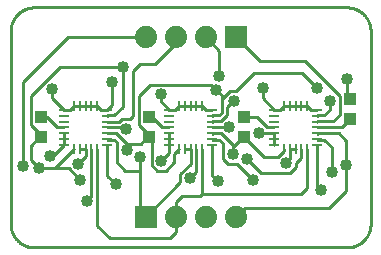
<source format=gtl>
G04 EAGLE Gerber X2 export*
G75*
%MOMM*%
%FSLAX34Y34*%
%LPD*%
%AMOC8*
5,1,8,0,0,1.08239X$1,22.5*%
G01*
%ADD10C,0.254000*%
%ADD11R,0.914400X0.279400*%
%ADD12R,0.279400X0.914400*%
%ADD13R,1.000000X1.100000*%
%ADD14R,1.879600X1.879600*%
%ADD15C,1.879600*%
%ADD16C,1.016000*%


D10*
X20000Y203200D02*
X19517Y203194D01*
X19034Y203177D01*
X18551Y203147D01*
X18070Y203107D01*
X17589Y203054D01*
X17110Y202990D01*
X16633Y202915D01*
X16157Y202827D01*
X15684Y202729D01*
X15214Y202619D01*
X14746Y202498D01*
X14281Y202365D01*
X13820Y202221D01*
X13362Y202066D01*
X12908Y201900D01*
X12458Y201723D01*
X12013Y201536D01*
X11572Y201337D01*
X11136Y201129D01*
X10706Y200909D01*
X10280Y200679D01*
X9861Y200439D01*
X9447Y200189D01*
X9040Y199929D01*
X8639Y199660D01*
X8244Y199380D01*
X7857Y199092D01*
X7476Y198793D01*
X7103Y198486D01*
X6738Y198170D01*
X6380Y197845D01*
X6030Y197512D01*
X5688Y197170D01*
X5355Y196820D01*
X5030Y196462D01*
X4714Y196097D01*
X4407Y195724D01*
X4108Y195343D01*
X3820Y194956D01*
X3540Y194561D01*
X3271Y194160D01*
X3011Y193753D01*
X2761Y193339D01*
X2521Y192920D01*
X2291Y192494D01*
X2071Y192064D01*
X1863Y191628D01*
X1664Y191187D01*
X1477Y190742D01*
X1300Y190292D01*
X1134Y189838D01*
X979Y189380D01*
X835Y188919D01*
X702Y188454D01*
X581Y187986D01*
X471Y187516D01*
X373Y187043D01*
X285Y186567D01*
X210Y186090D01*
X146Y185611D01*
X93Y185130D01*
X53Y184649D01*
X23Y184166D01*
X6Y183683D01*
X0Y183200D01*
X0Y20000D01*
X6Y19517D01*
X23Y19034D01*
X53Y18551D01*
X93Y18070D01*
X146Y17589D01*
X210Y17110D01*
X285Y16633D01*
X373Y16157D01*
X471Y15684D01*
X581Y15214D01*
X702Y14746D01*
X835Y14281D01*
X979Y13820D01*
X1134Y13362D01*
X1300Y12908D01*
X1477Y12458D01*
X1664Y12013D01*
X1863Y11572D01*
X2071Y11136D01*
X2291Y10706D01*
X2521Y10280D01*
X2761Y9861D01*
X3011Y9447D01*
X3271Y9040D01*
X3540Y8639D01*
X3820Y8244D01*
X4108Y7857D01*
X4407Y7476D01*
X4714Y7103D01*
X5030Y6738D01*
X5355Y6380D01*
X5688Y6030D01*
X6030Y5688D01*
X6380Y5355D01*
X6738Y5030D01*
X7103Y4714D01*
X7476Y4407D01*
X7857Y4108D01*
X8244Y3820D01*
X8639Y3540D01*
X9040Y3271D01*
X9447Y3011D01*
X9861Y2761D01*
X10280Y2521D01*
X10706Y2291D01*
X11136Y2071D01*
X11572Y1863D01*
X12013Y1664D01*
X12458Y1477D01*
X12908Y1300D01*
X13362Y1134D01*
X13820Y979D01*
X14281Y835D01*
X14746Y702D01*
X15214Y581D01*
X15684Y471D01*
X16157Y373D01*
X16633Y285D01*
X17110Y210D01*
X17589Y146D01*
X18070Y93D01*
X18551Y53D01*
X19034Y23D01*
X19517Y6D01*
X20000Y0D01*
X284800Y0D01*
X285283Y6D01*
X285766Y23D01*
X286249Y53D01*
X286730Y93D01*
X287211Y146D01*
X287690Y210D01*
X288167Y285D01*
X288643Y373D01*
X289116Y471D01*
X289586Y581D01*
X290054Y702D01*
X290519Y835D01*
X290980Y979D01*
X291438Y1134D01*
X291892Y1300D01*
X292342Y1477D01*
X292787Y1664D01*
X293228Y1863D01*
X293664Y2071D01*
X294094Y2291D01*
X294520Y2521D01*
X294939Y2761D01*
X295353Y3011D01*
X295760Y3271D01*
X296161Y3540D01*
X296556Y3820D01*
X296943Y4108D01*
X297324Y4407D01*
X297697Y4714D01*
X298062Y5030D01*
X298420Y5355D01*
X298770Y5688D01*
X299112Y6030D01*
X299445Y6380D01*
X299770Y6738D01*
X300086Y7103D01*
X300393Y7476D01*
X300692Y7857D01*
X300980Y8244D01*
X301260Y8639D01*
X301529Y9040D01*
X301789Y9447D01*
X302039Y9861D01*
X302279Y10280D01*
X302509Y10706D01*
X302729Y11136D01*
X302937Y11572D01*
X303136Y12013D01*
X303323Y12458D01*
X303500Y12908D01*
X303666Y13362D01*
X303821Y13820D01*
X303965Y14281D01*
X304098Y14746D01*
X304219Y15214D01*
X304329Y15684D01*
X304427Y16157D01*
X304515Y16633D01*
X304590Y17110D01*
X304654Y17589D01*
X304707Y18070D01*
X304747Y18551D01*
X304777Y19034D01*
X304794Y19517D01*
X304800Y20000D01*
X304800Y183200D01*
X304794Y183683D01*
X304777Y184166D01*
X304747Y184649D01*
X304707Y185130D01*
X304654Y185611D01*
X304590Y186090D01*
X304515Y186567D01*
X304427Y187043D01*
X304329Y187516D01*
X304219Y187986D01*
X304098Y188454D01*
X303965Y188919D01*
X303821Y189380D01*
X303666Y189838D01*
X303500Y190292D01*
X303323Y190742D01*
X303136Y191187D01*
X302937Y191628D01*
X302729Y192064D01*
X302509Y192494D01*
X302279Y192920D01*
X302039Y193339D01*
X301789Y193753D01*
X301529Y194160D01*
X301260Y194561D01*
X300980Y194956D01*
X300692Y195343D01*
X300393Y195724D01*
X300086Y196097D01*
X299770Y196462D01*
X299445Y196820D01*
X299112Y197170D01*
X298770Y197512D01*
X298420Y197845D01*
X298062Y198170D01*
X297697Y198486D01*
X297324Y198793D01*
X296943Y199092D01*
X296556Y199380D01*
X296161Y199660D01*
X295760Y199929D01*
X295353Y200189D01*
X294939Y200439D01*
X294520Y200679D01*
X294094Y200909D01*
X293664Y201129D01*
X293228Y201337D01*
X292787Y201536D01*
X292342Y201723D01*
X291892Y201900D01*
X291438Y202066D01*
X290980Y202221D01*
X290519Y202365D01*
X290054Y202498D01*
X289586Y202619D01*
X289116Y202729D01*
X288643Y202827D01*
X288167Y202915D01*
X287690Y202990D01*
X287211Y203054D01*
X286730Y203107D01*
X286249Y203147D01*
X285766Y203177D01*
X285283Y203194D01*
X284800Y203200D01*
X20000Y203200D01*
D11*
X45100Y101600D03*
X45100Y106600D03*
X45100Y111600D03*
X45100Y116600D03*
X45100Y96600D03*
X45100Y91600D03*
X45100Y86600D03*
X81900Y96600D03*
X81900Y106600D03*
X81900Y101600D03*
X81900Y116600D03*
X81900Y111600D03*
X81900Y86600D03*
X81900Y91600D03*
D12*
X63500Y120000D03*
X68500Y120000D03*
X73500Y120000D03*
X58500Y120000D03*
X53500Y120000D03*
X53500Y83200D03*
X58500Y83200D03*
X63500Y83200D03*
X68500Y83200D03*
X73500Y83200D03*
D13*
X25400Y110100D03*
X25400Y93100D03*
D11*
X134000Y101600D03*
X134000Y106600D03*
X134000Y111600D03*
X134000Y116600D03*
X134000Y96600D03*
X134000Y91600D03*
X134000Y86600D03*
X170800Y96600D03*
X170800Y106600D03*
X170800Y101600D03*
X170800Y116600D03*
X170800Y111600D03*
X170800Y86600D03*
X170800Y91600D03*
D12*
X152400Y120000D03*
X157400Y120000D03*
X162400Y120000D03*
X147400Y120000D03*
X142400Y120000D03*
X142400Y83200D03*
X147400Y83200D03*
X152400Y83200D03*
X157400Y83200D03*
X162400Y83200D03*
D13*
X116840Y110100D03*
X116840Y93100D03*
D11*
X222900Y101600D03*
X222900Y106600D03*
X222900Y111600D03*
X222900Y116600D03*
X222900Y96600D03*
X222900Y91600D03*
X222900Y86600D03*
X259700Y96600D03*
X259700Y106600D03*
X259700Y101600D03*
X259700Y116600D03*
X259700Y111600D03*
X259700Y86600D03*
X259700Y91600D03*
D12*
X241300Y120000D03*
X246300Y120000D03*
X251300Y120000D03*
X236300Y120000D03*
X231300Y120000D03*
X231300Y83200D03*
X236300Y83200D03*
X241300Y83200D03*
X246300Y83200D03*
X251300Y83200D03*
D13*
X197358Y110608D03*
X197358Y93608D03*
X287020Y108340D03*
X287020Y125340D03*
D14*
X114300Y25400D03*
D15*
X139700Y25400D03*
X165100Y25400D03*
X190500Y25400D03*
D14*
X190500Y177800D03*
D15*
X165100Y177800D03*
X139700Y177800D03*
X114300Y177800D03*
D10*
X236300Y83200D02*
X241300Y83200D01*
X222900Y86600D02*
X222900Y91600D01*
X254700Y116600D02*
X259700Y116600D01*
X254700Y116600D02*
X251300Y120000D01*
X246300Y120000D01*
X241300Y120000D01*
X236300Y120000D01*
X231300Y120000D01*
X227900Y116600D01*
X222900Y116600D01*
X152400Y83200D02*
X147400Y83200D01*
X134000Y86600D02*
X134000Y91600D01*
X134000Y96600D01*
X134000Y116600D02*
X139000Y116600D01*
X142400Y120000D01*
X147400Y120000D01*
X152400Y120000D01*
X157400Y120000D01*
X162400Y120000D01*
X165800Y116600D01*
X170800Y116600D01*
X50100Y116600D02*
X45100Y116600D01*
X50100Y116600D02*
X53500Y120000D01*
X58500Y120000D01*
X63500Y120000D01*
X68500Y120000D01*
X73500Y120000D01*
X76900Y116600D01*
X81900Y116600D01*
X45100Y91600D02*
X45100Y86600D01*
X58500Y83200D02*
X63500Y83200D01*
D16*
X85598Y139700D03*
D10*
X85598Y120298D01*
X81900Y116600D01*
D16*
X109220Y76200D03*
D10*
X109220Y64770D01*
X109220Y30480D01*
X114300Y25400D01*
X213360Y126140D02*
X222900Y116600D01*
X213360Y126140D02*
X213360Y134620D01*
D16*
X213360Y134620D03*
D10*
X284480Y127880D02*
X287020Y125340D01*
X284480Y127880D02*
X284480Y142240D01*
D16*
X284480Y142240D03*
D10*
X134000Y116600D02*
X127000Y123600D01*
X127000Y129540D01*
D16*
X127000Y129540D03*
D10*
X222900Y96600D02*
X222900Y91600D01*
X222900Y96600D02*
X210312Y96600D01*
X210232Y96520D01*
D16*
X210232Y96520D03*
X272246Y63796D03*
D10*
X260001Y91299D02*
X259700Y91600D01*
X260001Y91299D02*
X265640Y91299D01*
X272246Y84693D01*
X272246Y63796D01*
X236300Y74586D02*
X236300Y83200D01*
X236300Y74586D02*
X232876Y71162D01*
D16*
X232876Y71162D03*
D10*
X143764Y61892D02*
X143764Y55372D01*
X152400Y70528D02*
X152400Y83200D01*
X152400Y70528D02*
X143764Y61892D01*
X114300Y25908D02*
X114300Y25400D01*
X114300Y25908D02*
X143764Y55372D01*
X134000Y79644D02*
X134000Y86600D01*
X134000Y79644D02*
X127762Y73406D01*
D16*
X127762Y73406D03*
D10*
X205486Y56914D02*
X205486Y56896D01*
D16*
X205486Y56896D03*
D10*
X171101Y91299D02*
X170800Y91600D01*
X171101Y91299D02*
X176740Y91299D01*
X179578Y75268D02*
X184488Y70358D01*
X192042Y70358D02*
X205486Y56914D01*
X192042Y70358D02*
X184488Y70358D01*
X179578Y88461D02*
X176740Y91299D01*
X179578Y88461D02*
X179578Y75268D01*
X63500Y77046D02*
X63500Y83200D01*
X63500Y77046D02*
X57489Y71035D01*
D16*
X57489Y71035D03*
D10*
X45100Y86600D02*
X36224Y77724D01*
X33782Y77724D01*
D16*
X33782Y77724D03*
D10*
X81900Y91600D02*
X82201Y91299D01*
X87840Y91299D01*
X89916Y89223D01*
X89916Y72136D01*
X97282Y64770D01*
X109220Y64770D01*
D16*
X35306Y134366D03*
D10*
X35306Y126394D01*
X45100Y116600D01*
X45100Y96600D02*
X45100Y91600D01*
X73500Y83200D02*
X73500Y50960D01*
X139700Y38100D02*
X139700Y25400D01*
X162400Y45560D02*
X162400Y83200D01*
X162400Y45560D02*
X160020Y43180D01*
X144780Y43180D01*
X139700Y38100D01*
X162400Y45560D02*
X246220Y45560D01*
X251300Y50640D02*
X251300Y83200D01*
X251300Y50640D02*
X246220Y45560D01*
X73500Y50960D02*
X73500Y17940D01*
X83820Y7620D01*
X134620Y7620D01*
X139700Y12700D02*
X139700Y25400D01*
X139700Y12700D02*
X134620Y7620D01*
X10160Y139700D02*
X48260Y177800D01*
X114300Y177800D01*
X10160Y139700D02*
X10160Y68580D01*
X246300Y76120D02*
X246300Y83200D01*
D16*
X200152Y74778D03*
D10*
X241258Y71078D02*
X246300Y76120D01*
X241258Y71078D02*
X241258Y67690D01*
X236348Y62780D01*
X212150Y62780D01*
X200152Y74778D01*
X157400Y63674D02*
X152146Y58420D01*
D16*
X152146Y58420D03*
D10*
X157400Y63674D02*
X157400Y83200D01*
D16*
X10160Y68580D03*
D10*
X65029Y39111D02*
X68500Y42582D01*
D16*
X65029Y39111D03*
D10*
X68500Y42582D02*
X68500Y83200D01*
X81900Y86600D02*
X81900Y60340D01*
X88900Y53340D01*
D16*
X88900Y53340D03*
D10*
X170800Y60340D02*
X170800Y86600D01*
X170800Y60340D02*
X175260Y55880D01*
D16*
X175260Y55880D03*
D10*
X259700Y51704D02*
X262890Y48514D01*
D16*
X262890Y48514D03*
D10*
X259700Y51704D02*
X259700Y86600D01*
X116840Y93100D02*
X115824Y93100D01*
X170800Y96600D02*
X171101Y96299D01*
X226060Y76200D02*
X231300Y81440D01*
X231300Y83200D01*
X198120Y33020D02*
X190500Y25400D01*
X269240Y33020D02*
X283972Y47752D01*
X269240Y33020D02*
X198120Y33020D01*
D16*
X187960Y78740D03*
D10*
X187960Y85079D01*
X116840Y93100D02*
X116840Y94930D01*
X108538Y103232D01*
X108538Y128012D02*
X118448Y137922D01*
X108538Y128012D02*
X108538Y103232D01*
X259700Y96600D02*
X260001Y96299D01*
X246380Y147320D02*
X205740Y147320D01*
X246380Y147320D02*
X259080Y134620D01*
D16*
X259080Y134620D03*
X270129Y123571D03*
D10*
X260001Y111901D02*
X259700Y111600D01*
X260001Y111901D02*
X265640Y111901D01*
X270129Y116390D01*
X270129Y123571D01*
X214766Y76200D02*
X197358Y93608D01*
X214766Y76200D02*
X226060Y76200D01*
X196489Y93608D02*
X187960Y85079D01*
X196489Y93608D02*
X197358Y93608D01*
X171101Y111901D02*
X170800Y111600D01*
X171101Y111901D02*
X176740Y111901D01*
X178674Y113835D01*
X185622Y132554D02*
X190974Y132554D01*
X205740Y147320D01*
X185622Y132554D02*
X178674Y125606D01*
X178674Y113835D01*
X259700Y96600D02*
X277796Y96600D01*
X283972Y90424D01*
X283972Y69596D01*
X283972Y47752D01*
D16*
X283972Y69596D03*
D10*
X124290Y65024D02*
X119380Y69934D01*
X124290Y65024D02*
X131234Y65024D01*
X138572Y79372D02*
X142400Y83200D01*
X138572Y72362D02*
X131234Y65024D01*
X138572Y72362D02*
X138572Y79372D01*
X119380Y89544D02*
X115824Y93100D01*
X119380Y89544D02*
X119380Y69934D01*
X170800Y96600D02*
X177905Y96600D01*
X187960Y86545D02*
X187960Y85079D01*
X187960Y86545D02*
X177905Y96600D01*
D16*
X174244Y133096D03*
D10*
X178674Y128666D01*
X178674Y125606D01*
X53500Y83200D02*
X37356Y67056D01*
X23876Y67056D01*
X17018Y73914D01*
X17018Y85852D01*
X24266Y93100D01*
X25400Y93100D01*
D16*
X23876Y67056D03*
D10*
X37356Y67056D02*
X49116Y67056D01*
D16*
X59182Y56896D03*
D10*
X59182Y56990D01*
X49116Y67056D01*
D16*
X98298Y82520D03*
D10*
X98298Y87307D01*
X110031Y87307D02*
X115824Y93100D01*
X110031Y87307D02*
X98298Y87307D01*
X89005Y96600D02*
X81900Y96600D01*
X89005Y96600D02*
X98298Y87307D01*
D16*
X94996Y152400D03*
D10*
X82201Y111901D02*
X81900Y111600D01*
X82201Y111901D02*
X87840Y111901D01*
X94996Y119057D01*
X94996Y152400D01*
X25400Y94930D02*
X25400Y93100D01*
X25400Y94930D02*
X17098Y103232D01*
X17098Y128012D02*
X41486Y152400D01*
X17098Y128012D02*
X17098Y103232D01*
X41486Y152400D02*
X94996Y152400D01*
X169418Y137922D02*
X174244Y133096D01*
X169418Y137922D02*
X118448Y137922D01*
X45100Y101600D02*
X44799Y101901D01*
X39160Y101901D01*
X30961Y110100D02*
X25400Y110100D01*
X30961Y110100D02*
X39160Y101901D01*
X81900Y101600D02*
X95859Y101600D01*
X97459Y99999D01*
D16*
X97459Y99999D03*
D10*
X133699Y101901D02*
X134000Y101600D01*
X133699Y101901D02*
X128060Y101901D01*
X119861Y110100D02*
X116840Y110100D01*
X119861Y110100D02*
X128060Y101901D01*
D16*
X184759Y101600D03*
D10*
X170800Y101600D01*
X222599Y101901D02*
X222900Y101600D01*
X222599Y101901D02*
X216960Y101901D01*
X208253Y110608D02*
X197358Y110608D01*
X208253Y110608D02*
X216960Y101901D01*
X259700Y101600D02*
X280280Y101600D01*
X287020Y108340D01*
X121920Y154940D02*
X109220Y154940D01*
X121920Y154940D02*
X139700Y172720D01*
X139700Y177800D01*
X92206Y106600D02*
X81900Y106600D01*
X92206Y106600D02*
X93987Y108381D01*
X101349Y108381D01*
X103966Y110998D01*
X103966Y149686D01*
X109220Y154940D01*
X170800Y106600D02*
X170927Y106727D01*
D16*
X189094Y124172D03*
D10*
X188372Y124172D01*
X171101Y106901D02*
X170800Y106600D01*
X183246Y119046D02*
X188372Y124172D01*
X183246Y119046D02*
X183246Y111941D01*
X178206Y106901D02*
X171101Y106901D01*
X178206Y106901D02*
X183246Y111941D01*
D16*
X176784Y145288D03*
D10*
X176784Y166116D01*
X165100Y177800D01*
X259700Y106600D02*
X259827Y106727D01*
X210820Y157480D02*
X190500Y177800D01*
X210820Y157480D02*
X248920Y157480D01*
X278511Y127889D02*
X278511Y112395D01*
X272843Y106727D01*
X278511Y127889D02*
X248920Y157480D01*
X259827Y106727D02*
X272843Y106727D01*
M02*

</source>
